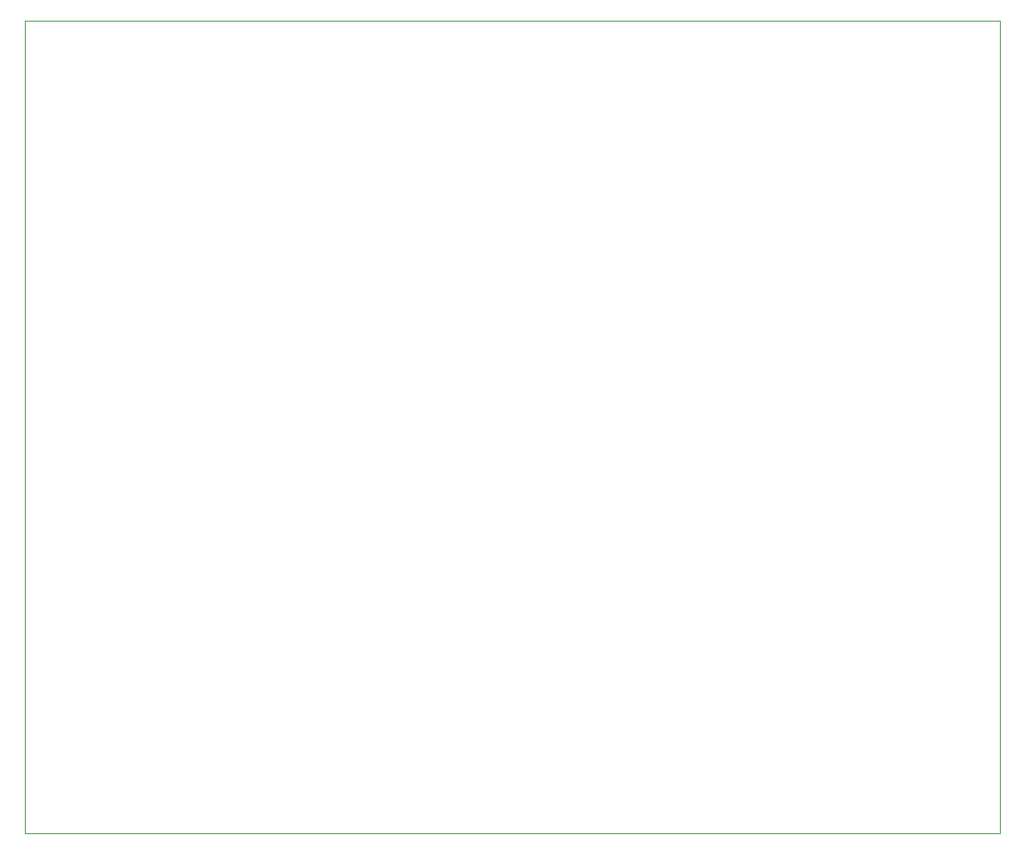
<source format=gbr>
%TF.GenerationSoftware,KiCad,Pcbnew,(5.1.9)-1*%
%TF.CreationDate,2021-01-26T21:07:48+02:00*%
%TF.ProjectId,Car_bs_controller_nex_mega,4361725f-6273-45f6-936f-6e74726f6c6c,rev?*%
%TF.SameCoordinates,Original*%
%TF.FileFunction,Profile,NP*%
%FSLAX46Y46*%
G04 Gerber Fmt 4.6, Leading zero omitted, Abs format (unit mm)*
G04 Created by KiCad (PCBNEW (5.1.9)-1) date 2021-01-26 21:07:48*
%MOMM*%
%LPD*%
G01*
G04 APERTURE LIST*
%TA.AperFunction,Profile*%
%ADD10C,0.050000*%
%TD*%
G04 APERTURE END LIST*
D10*
X157400000Y-44000000D02*
X57900000Y-44000000D01*
X157400000Y-127000000D02*
X157400000Y-44000000D01*
X57900000Y-127000000D02*
X157400000Y-127000000D01*
X57900000Y-44000000D02*
X57900000Y-127000000D01*
M02*

</source>
